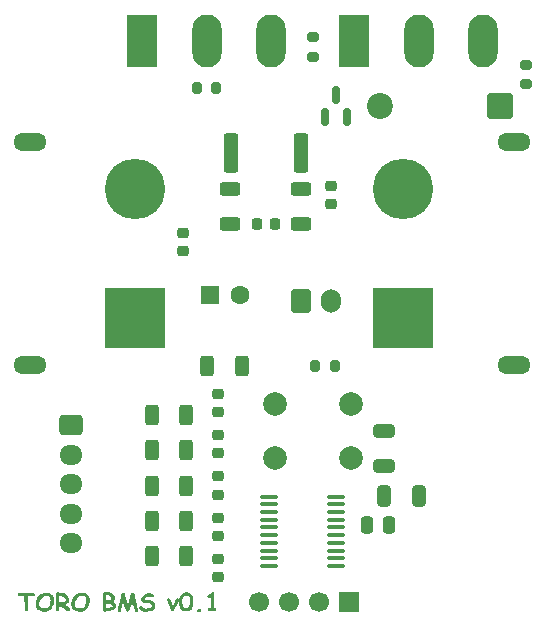
<source format=gbr>
%TF.GenerationSoftware,KiCad,Pcbnew,9.0.3*%
%TF.CreationDate,2025-12-08T06:42:03-06:00*%
%TF.ProjectId,roboboat bms v2,726f626f-626f-4617-9420-626d73207632,rev?*%
%TF.SameCoordinates,Original*%
%TF.FileFunction,Soldermask,Top*%
%TF.FilePolarity,Negative*%
%FSLAX46Y46*%
G04 Gerber Fmt 4.6, Leading zero omitted, Abs format (unit mm)*
G04 Created by KiCad (PCBNEW 9.0.3) date 2025-12-08 06:42:03*
%MOMM*%
%LPD*%
G01*
G04 APERTURE LIST*
G04 Aperture macros list*
%AMRoundRect*
0 Rectangle with rounded corners*
0 $1 Rounding radius*
0 $2 $3 $4 $5 $6 $7 $8 $9 X,Y pos of 4 corners*
0 Add a 4 corners polygon primitive as box body*
4,1,4,$2,$3,$4,$5,$6,$7,$8,$9,$2,$3,0*
0 Add four circle primitives for the rounded corners*
1,1,$1+$1,$2,$3*
1,1,$1+$1,$4,$5*
1,1,$1+$1,$6,$7*
1,1,$1+$1,$8,$9*
0 Add four rect primitives between the rounded corners*
20,1,$1+$1,$2,$3,$4,$5,0*
20,1,$1+$1,$4,$5,$6,$7,0*
20,1,$1+$1,$6,$7,$8,$9,0*
20,1,$1+$1,$8,$9,$2,$3,0*%
G04 Aperture macros list end*
%ADD10C,0.300000*%
%ADD11RoundRect,0.225000X0.250000X-0.225000X0.250000X0.225000X-0.250000X0.225000X-0.250000X-0.225000X0*%
%ADD12RoundRect,0.250000X-0.362500X-1.425000X0.362500X-1.425000X0.362500X1.425000X-0.362500X1.425000X0*%
%ADD13RoundRect,0.250000X-0.312500X-0.625000X0.312500X-0.625000X0.312500X0.625000X-0.312500X0.625000X0*%
%ADD14RoundRect,0.200000X-0.200000X-0.275000X0.200000X-0.275000X0.200000X0.275000X-0.200000X0.275000X0*%
%ADD15RoundRect,0.225000X-0.250000X0.225000X-0.250000X-0.225000X0.250000X-0.225000X0.250000X0.225000X0*%
%ADD16RoundRect,0.250000X-0.650000X0.325000X-0.650000X-0.325000X0.650000X-0.325000X0.650000X0.325000X0*%
%ADD17R,1.700000X1.700000*%
%ADD18C,1.700000*%
%ADD19C,2.000000*%
%ADD20RoundRect,0.250000X-0.550000X-0.550000X0.550000X-0.550000X0.550000X0.550000X-0.550000X0.550000X0*%
%ADD21C,1.600000*%
%ADD22RoundRect,0.250000X-0.250000X-0.475000X0.250000X-0.475000X0.250000X0.475000X-0.250000X0.475000X0*%
%ADD23RoundRect,0.250000X-0.600000X-0.750000X0.600000X-0.750000X0.600000X0.750000X-0.600000X0.750000X0*%
%ADD24O,1.700000X2.000000*%
%ADD25RoundRect,0.250000X0.325000X0.650000X-0.325000X0.650000X-0.325000X-0.650000X0.325000X-0.650000X0*%
%ADD26RoundRect,0.250000X-0.725000X0.600000X-0.725000X-0.600000X0.725000X-0.600000X0.725000X0.600000X0*%
%ADD27O,1.950000X1.700000*%
%ADD28RoundRect,0.250000X0.625000X-0.312500X0.625000X0.312500X-0.625000X0.312500X-0.625000X-0.312500X0*%
%ADD29RoundRect,0.100000X0.637500X0.100000X-0.637500X0.100000X-0.637500X-0.100000X0.637500X-0.100000X0*%
%ADD30RoundRect,0.249999X0.850001X0.850001X-0.850001X0.850001X-0.850001X-0.850001X0.850001X-0.850001X0*%
%ADD31C,2.200000*%
%ADD32R,2.500000X4.500000*%
%ADD33O,2.500000X4.500000*%
%ADD34RoundRect,0.200000X0.275000X-0.200000X0.275000X0.200000X-0.275000X0.200000X-0.275000X-0.200000X0*%
%ADD35C,5.120000*%
%ADD36O,2.804000X1.504000*%
%ADD37RoundRect,0.102000X2.458000X-2.458000X2.458000X2.458000X-2.458000X2.458000X-2.458000X-2.458000X0*%
%ADD38RoundRect,0.102000X-2.458000X2.458000X-2.458000X-2.458000X2.458000X-2.458000X2.458000X2.458000X0*%
%ADD39RoundRect,0.200000X0.200000X0.275000X-0.200000X0.275000X-0.200000X-0.275000X0.200000X-0.275000X0*%
%ADD40RoundRect,0.200000X-0.275000X0.200000X-0.275000X-0.200000X0.275000X-0.200000X0.275000X0.200000X0*%
%ADD41RoundRect,0.150000X0.150000X-0.587500X0.150000X0.587500X-0.150000X0.587500X-0.150000X-0.587500X0*%
%ADD42RoundRect,0.225000X-0.225000X-0.250000X0.225000X-0.250000X0.225000X0.250000X-0.225000X0.250000X0*%
G04 APERTURE END LIST*
D10*
G36*
X52327978Y-166514016D02*
G01*
X52078942Y-166501742D01*
X51829998Y-166490568D01*
X51857658Y-166907216D01*
X51874493Y-167158095D01*
X51879182Y-167325970D01*
X51886326Y-167429651D01*
X51893562Y-167533241D01*
X51885162Y-167607250D01*
X51860772Y-167671818D01*
X51827419Y-167717029D01*
X51788175Y-167742327D01*
X51740880Y-167750861D01*
X51687841Y-167741874D01*
X51641503Y-167714958D01*
X51614454Y-167685639D01*
X51598693Y-167652639D01*
X51593326Y-167614574D01*
X51598364Y-167570976D01*
X51603493Y-167526372D01*
X51596807Y-167384039D01*
X51590212Y-167240516D01*
X51585518Y-167090975D01*
X51568688Y-166868473D01*
X51540020Y-166496430D01*
X51486714Y-166496430D01*
X51269944Y-166488106D01*
X51124014Y-166467121D01*
X51072127Y-166447023D01*
X51037957Y-166418514D01*
X51017534Y-166381146D01*
X51010258Y-166331933D01*
X51019331Y-166282322D01*
X51047169Y-166237044D01*
X51078804Y-166209535D01*
X51115672Y-166194540D01*
X51159826Y-166191615D01*
X51322766Y-166208193D01*
X51486714Y-166219184D01*
X51673652Y-166217169D01*
X51860681Y-166215062D01*
X52094330Y-166223855D01*
X52327978Y-166232648D01*
X52384831Y-166242922D01*
X52430927Y-166273131D01*
X52461990Y-166318154D01*
X52472418Y-166372782D01*
X52462008Y-166427506D01*
X52430927Y-166472983D01*
X52384788Y-166503620D01*
X52327978Y-166514016D01*
G37*
G36*
X53505484Y-166199472D02*
G01*
X53629741Y-166221416D01*
X53733912Y-166255498D01*
X53821027Y-166300485D01*
X53893545Y-166355929D01*
X53954862Y-166424286D01*
X54003746Y-166505468D01*
X54040275Y-166601524D01*
X54063574Y-166715157D01*
X54071872Y-166849605D01*
X54063702Y-166987732D01*
X54039567Y-167119013D01*
X53999673Y-167244547D01*
X53943739Y-167365293D01*
X53871013Y-167482042D01*
X53786699Y-167585499D01*
X53696899Y-167667084D01*
X53601153Y-167729203D01*
X53498497Y-167773398D01*
X53387515Y-167800278D01*
X53266420Y-167809480D01*
X53145445Y-167802093D01*
X53034607Y-167780606D01*
X52932509Y-167745633D01*
X52837962Y-167697251D01*
X52750030Y-167634999D01*
X52667090Y-167554676D01*
X52604119Y-167467438D01*
X52559299Y-167372300D01*
X52531939Y-167267677D01*
X52522577Y-167152222D01*
X52813594Y-167152222D01*
X52822083Y-167234930D01*
X52846687Y-167307623D01*
X52887373Y-167372470D01*
X52945760Y-167430842D01*
X53011664Y-167474998D01*
X53086017Y-167507067D01*
X53170332Y-167527009D01*
X53266512Y-167533974D01*
X53352173Y-167525377D01*
X53431162Y-167499990D01*
X53505212Y-167457315D01*
X53575507Y-167395429D01*
X53642585Y-167311133D01*
X53702872Y-167206488D01*
X53745860Y-167095452D01*
X53771979Y-166976760D01*
X53780887Y-166848872D01*
X53773359Y-166738053D01*
X53753240Y-166654635D01*
X53723240Y-166592708D01*
X53684534Y-166547629D01*
X53637239Y-166516176D01*
X53570854Y-166490943D01*
X53479878Y-166473656D01*
X53357737Y-166467121D01*
X53270832Y-166475650D01*
X53189603Y-166500956D01*
X53112437Y-166543640D01*
X53038192Y-166605611D01*
X52966277Y-166689962D01*
X52898935Y-166798070D01*
X52851593Y-166910277D01*
X52823190Y-167027819D01*
X52813594Y-167152222D01*
X52522577Y-167152222D01*
X52522518Y-167151489D01*
X52531277Y-167014112D01*
X52557235Y-166882873D01*
X52600349Y-166756592D01*
X52661161Y-166634250D01*
X52740779Y-166515023D01*
X52829420Y-166412705D01*
X52922675Y-166331997D01*
X53021026Y-166270607D01*
X53125384Y-166227031D01*
X53237051Y-166200620D01*
X53357645Y-166191615D01*
X53505484Y-166199472D01*
G37*
G36*
X54677564Y-166187677D02*
G01*
X54772153Y-166203959D01*
X54852850Y-166227210D01*
X54921471Y-166256645D01*
X55069928Y-166343154D01*
X55181267Y-166430998D01*
X55261784Y-166520086D01*
X55316384Y-166611064D01*
X55348328Y-166705323D01*
X55359002Y-166804909D01*
X55348792Y-166891349D01*
X55318585Y-166970016D01*
X55267227Y-167043137D01*
X55200697Y-167104758D01*
X55110649Y-167163032D01*
X54992088Y-167217435D01*
X55168935Y-167326166D01*
X55302833Y-167428836D01*
X55401042Y-167525914D01*
X55428089Y-167569533D01*
X55436854Y-167616772D01*
X55426210Y-167669784D01*
X55393806Y-167715416D01*
X55346636Y-167746406D01*
X55291316Y-167756723D01*
X55239155Y-167746340D01*
X55189924Y-167713767D01*
X55027625Y-167577382D01*
X54860306Y-167465839D01*
X54687248Y-167377488D01*
X54507479Y-167311224D01*
X54518745Y-167641227D01*
X54508456Y-167695088D01*
X54477712Y-167739870D01*
X54432074Y-167769916D01*
X54375222Y-167780170D01*
X54318447Y-167769882D01*
X54272732Y-167739687D01*
X54242066Y-167694722D01*
X54231790Y-167640586D01*
X54233805Y-167410234D01*
X54235912Y-167179883D01*
X54236334Y-167006409D01*
X54514624Y-167006409D01*
X54559686Y-167007508D01*
X54727704Y-166998825D01*
X54847999Y-166976281D01*
X54931638Y-166944127D01*
X54981404Y-166913029D01*
X55027442Y-166872595D01*
X55062897Y-166828892D01*
X55071039Y-166805092D01*
X55063267Y-166751819D01*
X55038937Y-166697756D01*
X54994779Y-166641189D01*
X54925501Y-166580969D01*
X54829686Y-166521734D01*
X54733136Y-166483211D01*
X54634516Y-166463732D01*
X54514624Y-166455397D01*
X54514624Y-167006409D01*
X54236334Y-167006409D01*
X54237927Y-166351808D01*
X54247880Y-166288289D01*
X54277861Y-166230724D01*
X54317118Y-166192826D01*
X54364261Y-166172200D01*
X54422391Y-166168168D01*
X54677564Y-166187677D01*
G37*
G36*
X56525791Y-166199472D02*
G01*
X56650048Y-166221416D01*
X56754219Y-166255498D01*
X56841334Y-166300485D01*
X56913852Y-166355929D01*
X56975169Y-166424286D01*
X57024053Y-166505468D01*
X57060582Y-166601524D01*
X57083881Y-166715157D01*
X57092179Y-166849605D01*
X57084009Y-166987732D01*
X57059874Y-167119013D01*
X57019980Y-167244547D01*
X56964046Y-167365293D01*
X56891320Y-167482042D01*
X56807006Y-167585499D01*
X56717207Y-167667084D01*
X56621461Y-167729203D01*
X56518804Y-167773398D01*
X56407822Y-167800278D01*
X56286728Y-167809480D01*
X56165752Y-167802093D01*
X56054914Y-167780606D01*
X55952816Y-167745633D01*
X55858269Y-167697251D01*
X55770337Y-167634999D01*
X55687397Y-167554676D01*
X55624426Y-167467438D01*
X55579606Y-167372300D01*
X55552246Y-167267677D01*
X55542884Y-167152222D01*
X55833901Y-167152222D01*
X55842390Y-167234930D01*
X55866994Y-167307623D01*
X55907680Y-167372470D01*
X55966067Y-167430842D01*
X56031971Y-167474998D01*
X56106324Y-167507067D01*
X56190639Y-167527009D01*
X56286819Y-167533974D01*
X56372481Y-167525377D01*
X56451469Y-167499990D01*
X56525519Y-167457315D01*
X56595814Y-167395429D01*
X56662892Y-167311133D01*
X56723179Y-167206488D01*
X56766167Y-167095452D01*
X56792286Y-166976760D01*
X56801195Y-166848872D01*
X56793666Y-166738053D01*
X56773547Y-166654635D01*
X56743547Y-166592708D01*
X56704841Y-166547629D01*
X56657546Y-166516176D01*
X56591161Y-166490943D01*
X56500185Y-166473656D01*
X56378044Y-166467121D01*
X56291139Y-166475650D01*
X56209910Y-166500956D01*
X56132744Y-166543640D01*
X56058499Y-166605611D01*
X55986584Y-166689962D01*
X55919242Y-166798070D01*
X55871900Y-166910277D01*
X55843497Y-167027819D01*
X55833901Y-167152222D01*
X55542884Y-167152222D01*
X55542825Y-167151489D01*
X55551584Y-167014112D01*
X55577542Y-166882873D01*
X55620656Y-166756592D01*
X55681468Y-166634250D01*
X55761086Y-166515023D01*
X55849727Y-166412705D01*
X55942982Y-166331997D01*
X56041333Y-166270607D01*
X56145691Y-166227031D01*
X56257358Y-166200620D01*
X56377952Y-166191615D01*
X56525791Y-166199472D01*
G37*
G36*
X58743218Y-166140592D02*
G01*
X58835797Y-166163452D01*
X58927686Y-166202251D01*
X59019805Y-166258385D01*
X59098038Y-166322928D01*
X59155780Y-166390840D01*
X59195798Y-166462678D01*
X59219697Y-166539583D01*
X59227808Y-166623192D01*
X59222586Y-166701021D01*
X59207897Y-166766832D01*
X59184760Y-166822586D01*
X59141660Y-166886744D01*
X59066974Y-166963361D01*
X59129676Y-167000082D01*
X59188292Y-167048055D01*
X59243196Y-167108442D01*
X59293456Y-167184020D01*
X59321382Y-167255219D01*
X59330299Y-167323955D01*
X59322027Y-167387299D01*
X59296527Y-167450297D01*
X59251230Y-167514622D01*
X59181738Y-167581418D01*
X59078803Y-167652899D01*
X58973735Y-167703051D01*
X58855709Y-167739607D01*
X58717660Y-167767531D01*
X58556811Y-167785500D01*
X58370150Y-167791894D01*
X58331280Y-167786409D01*
X58294939Y-167769825D01*
X58259965Y-167740695D01*
X58232122Y-167704339D01*
X58216440Y-167668140D01*
X58211331Y-167631060D01*
X58211331Y-167510526D01*
X58490042Y-167510526D01*
X58668923Y-167489974D01*
X58872252Y-167443299D01*
X58968758Y-167409977D01*
X59020817Y-167380949D01*
X59044465Y-167355969D01*
X59050580Y-167333298D01*
X59038370Y-167286796D01*
X59002759Y-167240911D01*
X58934808Y-167193713D01*
X58846567Y-167154084D01*
X58768754Y-167136652D01*
X58490042Y-167129508D01*
X58490042Y-167510526D01*
X58211331Y-167510526D01*
X58211331Y-166544882D01*
X58206526Y-166414364D01*
X58490042Y-166414364D01*
X58491050Y-166632260D01*
X58490042Y-166848140D01*
X58577721Y-166855838D01*
X58630451Y-166855284D01*
X58740329Y-166838867D01*
X58819758Y-166812032D01*
X58875705Y-166777225D01*
X58913448Y-166735239D01*
X58936060Y-166685056D01*
X58943968Y-166624016D01*
X58935169Y-166579460D01*
X58906607Y-166533254D01*
X58851735Y-166483241D01*
X58785511Y-166443168D01*
X58718351Y-166419944D01*
X58648861Y-166412258D01*
X58490042Y-166414364D01*
X58206526Y-166414364D01*
X58206202Y-166405572D01*
X58206101Y-166329615D01*
X58211331Y-166272307D01*
X58225704Y-166232367D01*
X58256425Y-166199771D01*
X58308485Y-166173509D01*
X58390666Y-166155528D01*
X58481309Y-166139830D01*
X58648861Y-166132997D01*
X58743218Y-166140592D01*
G37*
G36*
X59933243Y-166934419D02*
G01*
X59804191Y-167437620D01*
X59766272Y-167669162D01*
X59737984Y-167738205D01*
X59703090Y-167781986D01*
X59661736Y-167806865D01*
X59611575Y-167815341D01*
X59566676Y-167809683D01*
X59530083Y-167793592D01*
X59499834Y-167766981D01*
X59473836Y-167722306D01*
X59465029Y-167669345D01*
X59471812Y-167559187D01*
X59494218Y-167425205D01*
X59535737Y-167263230D01*
X59649494Y-166865359D01*
X59709944Y-166548729D01*
X59746646Y-166402162D01*
X59780085Y-166310689D01*
X59809778Y-166258293D01*
X59849885Y-166217174D01*
X59894516Y-166193670D01*
X59945607Y-166185753D01*
X60001892Y-166196078D01*
X60046708Y-166226325D01*
X60082903Y-166280184D01*
X60119758Y-166393538D01*
X60171013Y-166645815D01*
X60225597Y-166917653D01*
X60305194Y-167222930D01*
X60415836Y-166910631D01*
X60522448Y-166555689D01*
X60579876Y-166320392D01*
X60614487Y-166251534D01*
X60654076Y-166207493D01*
X60698855Y-166182469D01*
X60750968Y-166174030D01*
X60799542Y-166183136D01*
X60842445Y-166210884D01*
X60881686Y-166261717D01*
X60916931Y-166344297D01*
X60937436Y-166428239D01*
X60965108Y-166600844D01*
X61010643Y-166892337D01*
X61060842Y-167140370D01*
X61114676Y-167349692D01*
X61193846Y-167636043D01*
X61205901Y-167694441D01*
X61200555Y-167732611D01*
X61184804Y-167766024D01*
X61157724Y-167796016D01*
X61109629Y-167823777D01*
X61056332Y-167832927D01*
X61007161Y-167824127D01*
X60964084Y-167797551D01*
X60925074Y-167749493D01*
X60890278Y-167672368D01*
X60832942Y-167423332D01*
X60785628Y-167217174D01*
X60726330Y-166891279D01*
X60573647Y-167323589D01*
X60512190Y-167512541D01*
X60471666Y-167618744D01*
X60433330Y-167696365D01*
X60390822Y-167750827D01*
X60341154Y-167781518D01*
X60281655Y-167791894D01*
X60237687Y-167785223D01*
X60199339Y-167765460D01*
X60164942Y-167730997D01*
X60134102Y-167677863D01*
X60076674Y-167486896D01*
X60001596Y-167220089D01*
X59933243Y-166934419D01*
G37*
G36*
X61830094Y-167809480D02*
G01*
X61698928Y-167801140D01*
X61589099Y-167777811D01*
X61497151Y-167741346D01*
X61420224Y-167692609D01*
X61362364Y-167639051D01*
X61323837Y-167584473D01*
X61301589Y-167527994D01*
X61294194Y-167468120D01*
X61304225Y-167407671D01*
X61333121Y-167360042D01*
X61361632Y-167336619D01*
X61396838Y-167322211D01*
X61440740Y-167317086D01*
X61496230Y-167327458D01*
X61540393Y-167357919D01*
X61576020Y-167412432D01*
X61611671Y-167465320D01*
X61664180Y-167504394D01*
X61738020Y-167530150D01*
X61840352Y-167539836D01*
X61956263Y-167531423D01*
X62069649Y-167506189D01*
X62181620Y-167463632D01*
X62267070Y-167416520D01*
X62318104Y-167372849D01*
X62344555Y-167331921D01*
X62352712Y-167291807D01*
X62345376Y-167230598D01*
X62325160Y-167184132D01*
X62292743Y-167148804D01*
X62246100Y-167123005D01*
X62151279Y-167101972D01*
X61941835Y-167088475D01*
X61824960Y-167078835D01*
X61719554Y-167056367D01*
X61624105Y-167021796D01*
X61550686Y-166981223D01*
X61498609Y-166936989D01*
X61463787Y-166889092D01*
X61443693Y-166836592D01*
X61437626Y-166777706D01*
X61446354Y-166702558D01*
X61470338Y-166629437D01*
X61510738Y-166557063D01*
X61569806Y-166484472D01*
X61650758Y-166411067D01*
X61760477Y-166337021D01*
X61873307Y-166285436D01*
X61990569Y-166254707D01*
X62113934Y-166244371D01*
X62219063Y-166254549D01*
X62361871Y-166290167D01*
X62457411Y-166326879D01*
X62511362Y-166360728D01*
X62537600Y-166391712D01*
X62545328Y-166421509D01*
X62536194Y-166471097D01*
X62508417Y-166515115D01*
X62478563Y-166540516D01*
X62443905Y-166555665D01*
X62402904Y-166560910D01*
X62349136Y-166556654D01*
X62258923Y-166540394D01*
X62168579Y-166524156D01*
X62113934Y-166519877D01*
X62027360Y-166527398D01*
X61944011Y-166548522D01*
X61862883Y-166583625D01*
X61787872Y-166633061D01*
X61750945Y-166678474D01*
X61739968Y-166722294D01*
X61748955Y-166757304D01*
X61777337Y-166786591D01*
X61820330Y-166806818D01*
X61889536Y-166822036D01*
X62150846Y-166836416D01*
X62264703Y-166852196D01*
X62360909Y-166879493D01*
X62442096Y-166917113D01*
X62510432Y-166964552D01*
X62573356Y-167030989D01*
X62618316Y-167108273D01*
X62646174Y-167198561D01*
X62655970Y-167304996D01*
X62647918Y-167388067D01*
X62624404Y-167462820D01*
X62585361Y-167531088D01*
X62529360Y-167594112D01*
X62453729Y-167652439D01*
X62354727Y-167705890D01*
X62239152Y-167750166D01*
X62113986Y-167782548D01*
X61978065Y-167802578D01*
X61830094Y-167809480D01*
G37*
G36*
X64265042Y-167668979D02*
G01*
X64251855Y-167715893D01*
X64223002Y-167753151D01*
X64182365Y-167777610D01*
X64131869Y-167786032D01*
X64083843Y-167779341D01*
X64044608Y-167760144D01*
X64011981Y-167727802D01*
X63985323Y-167679237D01*
X63646070Y-166851529D01*
X63635953Y-166820815D01*
X63632789Y-166793002D01*
X63643743Y-166742194D01*
X63677302Y-166699121D01*
X63725284Y-166670137D01*
X63779335Y-166660561D01*
X63832959Y-166669753D01*
X63873930Y-166696059D01*
X63905364Y-166741711D01*
X63974950Y-166907226D01*
X64132876Y-167322948D01*
X64282445Y-166969498D01*
X64371563Y-166748580D01*
X64405384Y-166701954D01*
X64446866Y-166675491D01*
X64498599Y-166666423D01*
X64552675Y-166675880D01*
X64600540Y-166704433D01*
X64625586Y-166732224D01*
X64640182Y-166763313D01*
X64645145Y-166798955D01*
X64622984Y-166870388D01*
X64479182Y-167205711D01*
X64265042Y-167668979D01*
G37*
G36*
X65402608Y-166160520D02*
G01*
X65503121Y-166189133D01*
X65592255Y-166235733D01*
X65671893Y-166301142D01*
X65743047Y-166387620D01*
X65801443Y-166490191D01*
X65843900Y-166603670D01*
X65870207Y-166729843D01*
X65879335Y-166870854D01*
X65871601Y-167063403D01*
X65850146Y-167224117D01*
X65817245Y-167357418D01*
X65774655Y-167467295D01*
X65723538Y-167557238D01*
X65655442Y-167639195D01*
X65576520Y-167702099D01*
X65485393Y-167747641D01*
X65379709Y-167776043D01*
X65256332Y-167786032D01*
X65144911Y-167777307D01*
X65047937Y-167752353D01*
X64962936Y-167712157D01*
X64888015Y-167656531D01*
X64821992Y-167584137D01*
X64764488Y-167492575D01*
X64717809Y-167383617D01*
X64682464Y-167255809D01*
X64659803Y-167106180D01*
X64651740Y-166931396D01*
X64652817Y-166915276D01*
X64932466Y-166915276D01*
X64938798Y-167084017D01*
X64955513Y-167210370D01*
X64979636Y-167302706D01*
X65017670Y-167386372D01*
X65063728Y-167446745D01*
X65117670Y-167488306D01*
X65180916Y-167513464D01*
X65256241Y-167522250D01*
X65335761Y-167512426D01*
X65402538Y-167484194D01*
X65459590Y-167437188D01*
X65508299Y-167368194D01*
X65541621Y-167291812D01*
X65568087Y-167192729D01*
X65585830Y-167065971D01*
X65592380Y-166905934D01*
X65586483Y-166778614D01*
X65570473Y-166677607D01*
X65546475Y-166598389D01*
X65515993Y-166537005D01*
X65472807Y-166483096D01*
X65421467Y-166445491D01*
X65360447Y-166422464D01*
X65287015Y-166414364D01*
X65209210Y-166424439D01*
X65140285Y-166454097D01*
X65077780Y-166504694D01*
X65020577Y-166580327D01*
X64972305Y-166679822D01*
X64942707Y-166790649D01*
X64932466Y-166915276D01*
X64652817Y-166915276D01*
X64661460Y-166785969D01*
X64689768Y-166652831D01*
X64735996Y-166530118D01*
X64800300Y-166416288D01*
X64879085Y-166318352D01*
X64965871Y-166244914D01*
X65061595Y-166193060D01*
X65168127Y-166161482D01*
X65288114Y-166150582D01*
X65402608Y-166160520D01*
G37*
G36*
X66362936Y-167850512D02*
G01*
X66298560Y-167839708D01*
X66244050Y-167807739D01*
X66215202Y-167776671D01*
X66199113Y-167744926D01*
X66193859Y-167711386D01*
X66199131Y-167677085D01*
X66215249Y-167644638D01*
X66244050Y-167612925D01*
X66298634Y-167580176D01*
X66362936Y-167569145D01*
X66409870Y-167574008D01*
X66449273Y-167587846D01*
X66482737Y-167610361D01*
X66509253Y-167640375D01*
X66524678Y-167673622D01*
X66529906Y-167711386D01*
X66524690Y-167745627D01*
X66508852Y-167777524D01*
X66480722Y-167808197D01*
X66427100Y-167839783D01*
X66362936Y-167850512D01*
G37*
G36*
X67663346Y-167745000D02*
G01*
X67256590Y-167745000D01*
X67176370Y-167738297D01*
X67123193Y-167721202D01*
X67089345Y-167696598D01*
X67069744Y-167664741D01*
X67062875Y-167623183D01*
X67070576Y-167576315D01*
X67092527Y-167540440D01*
X67130361Y-167512780D01*
X67189703Y-167493590D01*
X67279121Y-167486072D01*
X67324184Y-167487079D01*
X67324184Y-166575565D01*
X67240880Y-166626714D01*
X67208413Y-166637114D01*
X67154899Y-166626930D01*
X67108487Y-166596081D01*
X67076388Y-166551195D01*
X67065989Y-166500643D01*
X67072471Y-166465695D01*
X67093748Y-166427690D01*
X67134682Y-166384781D01*
X67250453Y-166300608D01*
X67375475Y-166200133D01*
X67428715Y-166168095D01*
X67477809Y-166150347D01*
X67524036Y-166144720D01*
X67564458Y-166151676D01*
X67591800Y-166170783D01*
X67609426Y-166203397D01*
X67616268Y-166255546D01*
X67606010Y-166599470D01*
X67598715Y-166845187D01*
X67595751Y-167232822D01*
X67595751Y-167481217D01*
X67663346Y-167481217D01*
X67718499Y-167490845D01*
X67763271Y-167519044D01*
X67793595Y-167561383D01*
X67803755Y-167613108D01*
X67793595Y-167664834D01*
X67763271Y-167707172D01*
X67718499Y-167735371D01*
X67663346Y-167745000D01*
G37*
D11*
%TO.C,C3*%
X77500000Y-133275000D03*
X77500000Y-131725000D03*
%TD*%
D12*
%TO.C,Rsns1*%
X69037500Y-129000000D03*
X74962500Y-129000000D03*
%TD*%
D13*
%TO.C,Rc4*%
X62362500Y-160125000D03*
X65287500Y-160125000D03*
%TD*%
%TO.C,Rc2*%
X62362500Y-154125000D03*
X65287500Y-154125000D03*
%TD*%
D14*
%TO.C,R4*%
X66175000Y-123500000D03*
X67825000Y-123500000D03*
%TD*%
D15*
%TO.C,Cc1*%
X68000000Y-149350000D03*
X68000000Y-150900000D03*
%TD*%
D13*
%TO.C,Rc3*%
X62362500Y-157125000D03*
X65287500Y-157125000D03*
%TD*%
D15*
%TO.C,Cc2*%
X68000000Y-152850000D03*
X68000000Y-154400000D03*
%TD*%
D16*
%TO.C,Cf1*%
X82000000Y-152525000D03*
X82000000Y-155475000D03*
%TD*%
D17*
%TO.C,J1*%
X79080000Y-167000000D03*
D18*
X76540000Y-167000000D03*
X74000000Y-167000000D03*
X71460000Y-167000000D03*
%TD*%
D15*
%TO.C,Cc4*%
X68000000Y-159850000D03*
X68000000Y-161400000D03*
%TD*%
D19*
%TO.C,SW1*%
X72750000Y-150250000D03*
X79250000Y-150250000D03*
X72750000Y-154750000D03*
X79250000Y-154750000D03*
%TD*%
D20*
%TO.C,C4*%
X67317621Y-141000000D03*
D21*
X69817621Y-141000000D03*
%TD*%
D22*
%TO.C,C5*%
X80550000Y-160500000D03*
X82450000Y-160500000D03*
%TD*%
D23*
%TO.C,J7*%
X75000000Y-141500000D03*
D24*
X77500000Y-141500000D03*
%TD*%
D25*
%TO.C,C6*%
X84975000Y-158000000D03*
X82025000Y-158000000D03*
%TD*%
D26*
%TO.C,J6*%
X55500000Y-152000000D03*
D27*
X55500000Y-154500000D03*
X55500000Y-157000000D03*
X55500000Y-159500000D03*
X55500000Y-162000000D03*
%TD*%
D28*
%TO.C,R1*%
X69000000Y-134962500D03*
X69000000Y-132037500D03*
%TD*%
D29*
%TO.C,U1*%
X77962500Y-163925000D03*
X77962500Y-163275000D03*
X77962500Y-162625000D03*
X77962500Y-161975000D03*
X77962500Y-161325000D03*
X77962500Y-160675000D03*
X77962500Y-160025000D03*
X77962500Y-159375000D03*
X77962500Y-158725000D03*
X77962500Y-158075000D03*
X72237500Y-158075000D03*
X72237500Y-158725000D03*
X72237500Y-159375000D03*
X72237500Y-160025000D03*
X72237500Y-160675000D03*
X72237500Y-161325000D03*
X72237500Y-161975000D03*
X72237500Y-162625000D03*
X72237500Y-163275000D03*
X72237500Y-163925000D03*
%TD*%
D30*
%TO.C,D1*%
X91800000Y-125000000D03*
D31*
X81640000Y-125000000D03*
%TD*%
D13*
%TO.C,Rc5*%
X62362500Y-163125000D03*
X65287500Y-163125000D03*
%TD*%
D15*
%TO.C,Cc5*%
X68000000Y-163350000D03*
X68000000Y-164900000D03*
%TD*%
D13*
%TO.C,Rf1*%
X67037500Y-147000000D03*
X69962500Y-147000000D03*
%TD*%
D32*
%TO.C,Q1*%
X79500000Y-119500000D03*
D33*
X84950000Y-119500000D03*
X90400000Y-119500000D03*
%TD*%
D34*
%TO.C,R3*%
X76000000Y-120825000D03*
X76000000Y-119175000D03*
%TD*%
D35*
%TO.C,J4*%
X83650000Y-132000000D03*
D36*
X93050000Y-146900000D03*
X93050000Y-128000000D03*
D37*
X83650000Y-142900000D03*
%TD*%
D35*
%TO.C,J3*%
X60900000Y-132000000D03*
D36*
X52000000Y-128000000D03*
X52000000Y-146900000D03*
D38*
X60900000Y-142900000D03*
%TD*%
D39*
%TO.C,R7*%
X77825000Y-147000000D03*
X76175000Y-147000000D03*
%TD*%
D28*
%TO.C,R2*%
X75000000Y-134962500D03*
X75000000Y-132037500D03*
%TD*%
D40*
%TO.C,R5*%
X94000000Y-121500000D03*
X94000000Y-123150000D03*
%TD*%
D11*
%TO.C,C1*%
X65000000Y-137275000D03*
X65000000Y-135725000D03*
%TD*%
D41*
%TO.C,Q3*%
X76987500Y-125937500D03*
X78887500Y-125937500D03*
X77937500Y-124062500D03*
%TD*%
D15*
%TO.C,Cc3*%
X68000000Y-156350000D03*
X68000000Y-157900000D03*
%TD*%
D42*
%TO.C,C2*%
X71225000Y-135000000D03*
X72775000Y-135000000D03*
%TD*%
D13*
%TO.C,Rc1*%
X62362500Y-151125000D03*
X65287500Y-151125000D03*
%TD*%
D32*
%TO.C,Q5*%
X61550000Y-119500000D03*
D33*
X67000000Y-119500000D03*
X72450000Y-119500000D03*
%TD*%
M02*

</source>
